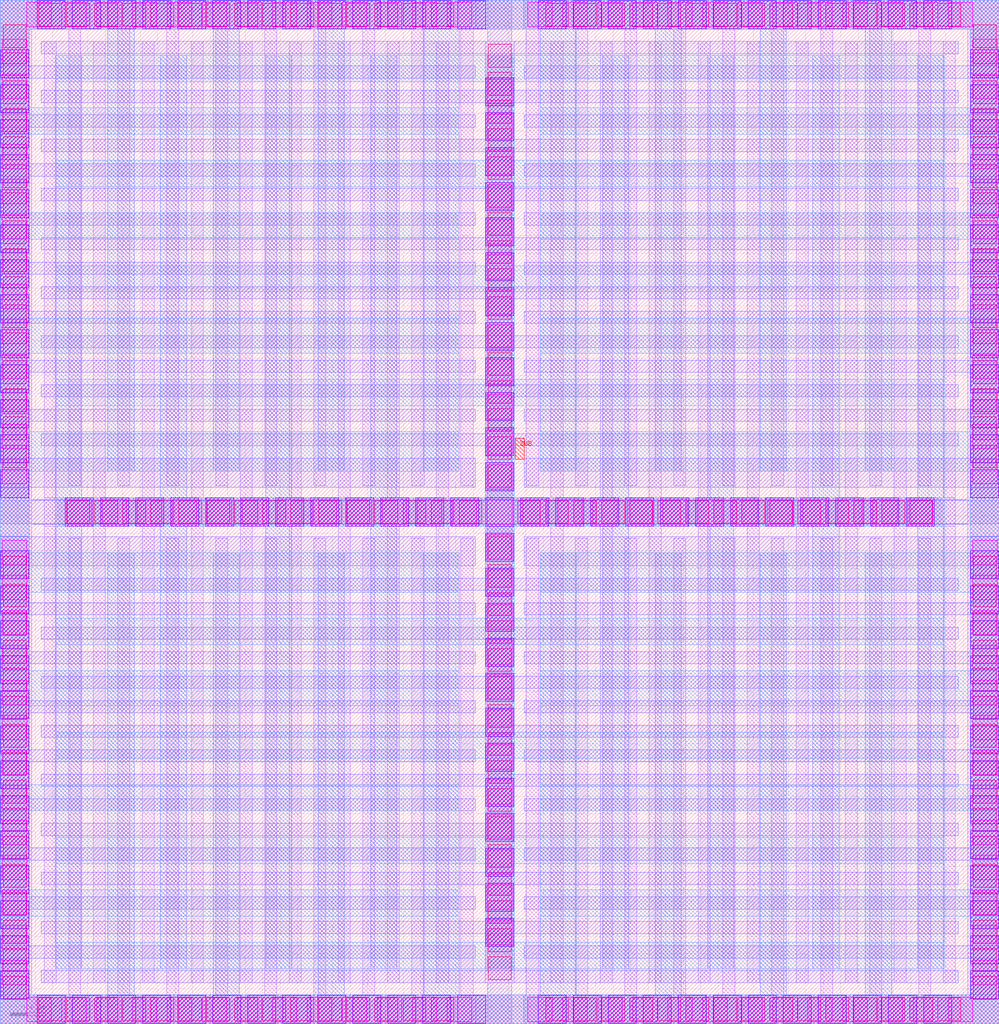
<source format=lef>
# Copyright 2020 The SkyWater PDK Authors
#
# Licensed under the Apache License, Version 2.0 (the "License");
# you may not use this file except in compliance with the License.
# You may obtain a copy of the License at
#
#     https://www.apache.org/licenses/LICENSE-2.0
#
# Unless required by applicable law or agreed to in writing, software
# distributed under the License is distributed on an "AS IS" BASIS,
# WITHOUT WARRANTIES OR CONDITIONS OF ANY KIND, either express or implied.
# See the License for the specific language governing permissions and
# limitations under the License.
#
# SPDX-License-Identifier: Apache-2.0

VERSION 5.7 ;
  NOWIREEXTENSIONATPIN ON ;
  DIVIDERCHAR "/" ;
  BUSBITCHARS "[]" ;
MACRO sky130_fd_pr__cap_vpp_11p5x11p7_m1m4_noshield
  CLASS BLOCK ;
  FOREIGN sky130_fd_pr__cap_vpp_11p5x11p7_m1m4_noshield ;
  ORIGIN  0.000000  0.000000 ;
  SIZE  11.41000 BY  11.69000 ;
  PIN C0
    PORT
      LAYER met4 ;
        RECT  0.000000  0.000000 11.410000  0.330000 ;
        RECT  0.000000  0.330000  0.330000  1.230000 ;
        RECT  0.000000  1.230000  5.240000  1.530000 ;
        RECT  0.000000  1.530000  0.330000  2.430000 ;
        RECT  0.000000  2.430000  5.240000  2.730000 ;
        RECT  0.000000  2.730000  0.330000  3.630000 ;
        RECT  0.000000  3.630000  5.240000  4.030000 ;
        RECT  0.000000  4.030000  0.330000  4.930000 ;
        RECT  0.000000  4.930000  5.240000  5.380000 ;
        RECT  0.000000  5.380000  0.330000  6.310000 ;
        RECT  0.000000  6.310000  5.240000  6.760000 ;
        RECT  0.000000  6.760000  0.330000  7.660000 ;
        RECT  0.000000  7.660000  5.240000  8.060000 ;
        RECT  0.000000  8.060000  0.330000  8.960000 ;
        RECT  0.000000  8.960000  5.240000  9.260000 ;
        RECT  0.000000  9.260000  0.330000 10.160000 ;
        RECT  0.000000 10.160000  5.240000 10.460000 ;
        RECT  0.000000 10.460000  0.330000 11.360000 ;
        RECT  0.000000 11.360000 11.410000 11.690000 ;
        RECT  6.170000  1.230000 11.410000  1.530000 ;
        RECT  6.170000  2.430000 11.410000  2.730000 ;
        RECT  6.170000  3.630000 11.410000  4.030000 ;
        RECT  6.170000  4.930000 11.410000  5.380000 ;
        RECT  6.170000  6.310000 11.410000  6.760000 ;
        RECT  6.170000  7.660000 11.410000  8.060000 ;
        RECT  6.170000  8.960000 11.410000  9.260000 ;
        RECT  6.170000 10.160000 11.410000 10.460000 ;
        RECT 11.080000  0.330000 11.410000  1.230000 ;
        RECT 11.080000  1.530000 11.410000  2.430000 ;
        RECT 11.080000  2.730000 11.410000  3.630000 ;
        RECT 11.080000  4.030000 11.410000  4.930000 ;
        RECT 11.080000  5.380000 11.410000  6.310000 ;
        RECT 11.080000  6.760000 11.410000  7.660000 ;
        RECT 11.080000  8.060000 11.410000  8.960000 ;
        RECT 11.080000  9.260000 11.410000 10.160000 ;
        RECT 11.080000 10.460000 11.410000 11.360000 ;
    END
  END C0
  PIN C1
    PORT
      LAYER met4 ;
        RECT 0.630000  0.630000 10.780000  0.930000 ;
        RECT 0.630000  1.830000 10.780000  2.130000 ;
        RECT 0.630000  3.030000 10.780000  3.330000 ;
        RECT 0.630000  4.330000 10.780000  4.630000 ;
        RECT 0.630000  5.680000 10.780000  6.010000 ;
        RECT 0.630000  7.060000 10.780000  7.360000 ;
        RECT 0.630000  8.360000 10.780000  8.660000 ;
        RECT 0.630000  9.560000 10.780000  9.860000 ;
        RECT 0.630000 10.760000 10.780000 11.060000 ;
        RECT 5.540000  0.930000  5.870000  1.830000 ;
        RECT 5.540000  2.130000  5.870000  3.030000 ;
        RECT 5.540000  3.330000  5.870000  4.330000 ;
        RECT 5.540000  4.630000  5.870000  5.680000 ;
        RECT 5.540000  6.010000  5.870000  7.060000 ;
        RECT 5.540000  7.360000  5.870000  8.360000 ;
        RECT 5.540000  8.660000  5.870000  9.560000 ;
        RECT 5.540000  9.860000  5.870000 10.760000 ;
    END
  END C1
  PIN SUB
    PORT
      LAYER pwell ;
        RECT 5.880000 6.445000 5.985000 6.690000 ;
    END
  END SUB
  OBS
    LAYER met1 ;
      RECT  0.000000  0.000000 11.410000  0.330000 ;
      RECT  0.000000  0.330000  0.360000 11.360000 ;
      RECT  0.000000 11.360000 11.410000 11.690000 ;
      RECT  0.500000  0.470000  0.640000  5.685000 ;
      RECT  0.500000  5.685000 10.910000  6.005000 ;
      RECT  0.500000  6.005000  0.640000 11.220000 ;
      RECT  0.780000  0.330000  0.920000  5.545000 ;
      RECT  0.780000  6.145000  0.920000 11.360000 ;
      RECT  1.060000  0.470000  1.200000  5.685000 ;
      RECT  1.060000  6.005000  1.200000 11.220000 ;
      RECT  1.340000  0.330000  1.480000  5.545000 ;
      RECT  1.340000  6.145000  1.480000 11.360000 ;
      RECT  1.620000  0.470000  1.760000  5.685000 ;
      RECT  1.620000  6.005000  1.760000 11.220000 ;
      RECT  1.900000  0.330000  2.040000  5.545000 ;
      RECT  1.900000  6.145000  2.040000 11.360000 ;
      RECT  2.180000  0.470000  2.320000  5.685000 ;
      RECT  2.180000  6.005000  2.320000 11.220000 ;
      RECT  2.460000  0.330000  2.600000  5.545000 ;
      RECT  2.460000  6.145000  2.600000 11.360000 ;
      RECT  2.740000  0.470000  2.880000  5.685000 ;
      RECT  2.740000  6.005000  2.880000 11.220000 ;
      RECT  3.020000  0.330000  3.160000  5.545000 ;
      RECT  3.020000  6.145000  3.160000 11.360000 ;
      RECT  3.300000  0.470000  3.440000  5.685000 ;
      RECT  3.300000  6.005000  3.440000 11.220000 ;
      RECT  3.580000  0.330000  3.720000  5.545000 ;
      RECT  3.580000  6.145000  3.720000 11.360000 ;
      RECT  3.860000  0.470000  4.000000  5.685000 ;
      RECT  3.860000  6.005000  4.000000 11.220000 ;
      RECT  4.140000  0.330000  4.280000  5.545000 ;
      RECT  4.140000  6.145000  4.280000 11.360000 ;
      RECT  4.420000  0.470000  4.560000  5.685000 ;
      RECT  4.420000  6.005000  4.560000 11.220000 ;
      RECT  4.700000  0.330000  4.840000  5.545000 ;
      RECT  4.700000  6.145000  4.840000 11.360000 ;
      RECT  4.980000  0.470000  5.120000  5.685000 ;
      RECT  4.980000  6.005000  5.120000 11.220000 ;
      RECT  5.260000  0.330000  5.400000  5.545000 ;
      RECT  5.260000  6.145000  5.400000 11.360000 ;
      RECT  5.540000  0.470000  5.870000  5.685000 ;
      RECT  5.540000  6.005000  5.870000 11.220000 ;
      RECT  6.010000  0.330000  6.150000  5.545000 ;
      RECT  6.010000  6.145000  6.150000 11.360000 ;
      RECT  6.290000  0.470000  6.430000  5.685000 ;
      RECT  6.290000  6.005000  6.430000 11.220000 ;
      RECT  6.570000  0.330000  6.710000  5.545000 ;
      RECT  6.570000  6.145000  6.710000 11.360000 ;
      RECT  6.850000  0.470000  6.990000  5.685000 ;
      RECT  6.850000  6.005000  6.990000 11.220000 ;
      RECT  7.130000  0.330000  7.270000  5.545000 ;
      RECT  7.130000  6.145000  7.270000 11.360000 ;
      RECT  7.410000  0.470000  7.550000  5.685000 ;
      RECT  7.410000  6.005000  7.550000 11.220000 ;
      RECT  7.690000  0.330000  7.830000  5.545000 ;
      RECT  7.690000  6.145000  7.830000 11.360000 ;
      RECT  7.970000  0.470000  8.110000  5.685000 ;
      RECT  7.970000  6.005000  8.110000 11.220000 ;
      RECT  8.250000  0.330000  8.390000  5.545000 ;
      RECT  8.250000  6.145000  8.390000 11.360000 ;
      RECT  8.530000  0.470000  8.670000  5.685000 ;
      RECT  8.530000  6.005000  8.670000 11.220000 ;
      RECT  8.810000  0.330000  8.950000  5.545000 ;
      RECT  8.810000  6.145000  8.950000 11.360000 ;
      RECT  9.090000  0.470000  9.230000  5.685000 ;
      RECT  9.090000  6.005000  9.230000 11.220000 ;
      RECT  9.370000  0.330000  9.510000  5.545000 ;
      RECT  9.370000  6.145000  9.510000 11.360000 ;
      RECT  9.650000  0.470000  9.790000  5.685000 ;
      RECT  9.650000  6.005000  9.790000 11.220000 ;
      RECT  9.930000  0.330000 10.070000  5.545000 ;
      RECT  9.930000  6.145000 10.070000 11.360000 ;
      RECT 10.210000  0.470000 10.350000  5.685000 ;
      RECT 10.210000  6.005000 10.350000 11.220000 ;
      RECT 10.490000  0.330000 10.630000  5.545000 ;
      RECT 10.490000  6.145000 10.630000 11.360000 ;
      RECT 10.770000  0.470000 10.910000  5.685000 ;
      RECT 10.770000  6.005000 10.910000 11.220000 ;
      RECT 11.050000  0.330000 11.410000 11.360000 ;
    LAYER met2 ;
      RECT  0.000000  0.000000  5.430000  0.330000 ;
      RECT  0.000000  0.330000  0.330000  0.750000 ;
      RECT  0.000000  0.750000  5.425000  0.890000 ;
      RECT  0.000000  0.890000  0.330000  1.310000 ;
      RECT  0.000000  1.310000  5.425000  1.450000 ;
      RECT  0.000000  1.450000  0.330000  1.870000 ;
      RECT  0.000000  1.870000  5.425000  2.010000 ;
      RECT  0.000000  2.010000  0.330000  2.430000 ;
      RECT  0.000000  2.430000  5.425000  2.570000 ;
      RECT  0.000000  2.570000  0.330000  2.990000 ;
      RECT  0.000000  2.990000  5.425000  3.130000 ;
      RECT  0.000000  3.130000  0.330000  3.550000 ;
      RECT  0.000000  3.550000  5.425000  3.690000 ;
      RECT  0.000000  3.690000  0.330000  4.110000 ;
      RECT  0.000000  4.110000  5.425000  4.250000 ;
      RECT  0.000000  4.250000  0.330000  4.670000 ;
      RECT  0.000000  4.670000  5.425000  4.810000 ;
      RECT  0.000000  4.810000  0.330000  5.230000 ;
      RECT  0.000000  5.230000  5.425000  5.565000 ;
      RECT  0.000000  5.565000  0.330000  5.570000 ;
      RECT  0.000000  5.710000 11.410000  5.980000 ;
      RECT  0.000000  6.120000  0.330000  6.125000 ;
      RECT  0.000000  6.125000  5.425000  6.460000 ;
      RECT  0.000000  6.460000  0.330000  6.880000 ;
      RECT  0.000000  6.880000  5.425000  7.020000 ;
      RECT  0.000000  7.020000  0.330000  7.440000 ;
      RECT  0.000000  7.440000  5.425000  7.580000 ;
      RECT  0.000000  7.580000  0.330000  8.000000 ;
      RECT  0.000000  8.000000  5.425000  8.140000 ;
      RECT  0.000000  8.140000  0.330000  8.560000 ;
      RECT  0.000000  8.560000  5.425000  8.700000 ;
      RECT  0.000000  8.700000  0.330000  9.120000 ;
      RECT  0.000000  9.120000  5.425000  9.260000 ;
      RECT  0.000000  9.260000  0.330000  9.680000 ;
      RECT  0.000000  9.680000  5.425000  9.820000 ;
      RECT  0.000000  9.820000  0.330000 10.240000 ;
      RECT  0.000000 10.240000  5.425000 10.380000 ;
      RECT  0.000000 10.380000  0.330000 10.800000 ;
      RECT  0.000000 10.800000  5.425000 10.940000 ;
      RECT  0.000000 10.940000  0.330000 11.360000 ;
      RECT  0.000000 11.360000  5.430000 11.690000 ;
      RECT  0.370000  5.705000 11.040000  5.710000 ;
      RECT  0.370000  5.980000 11.040000  5.985000 ;
      RECT  0.470000  0.470000 10.940000  0.610000 ;
      RECT  0.470000  1.030000 10.940000  1.170000 ;
      RECT  0.470000  1.590000 10.940000  1.730000 ;
      RECT  0.470000  2.150000 10.940000  2.290000 ;
      RECT  0.470000  2.710000 10.940000  2.850000 ;
      RECT  0.470000  3.270000 10.940000  3.410000 ;
      RECT  0.470000  3.830000 10.940000  3.970000 ;
      RECT  0.470000  4.390000 10.940000  4.530000 ;
      RECT  0.470000  4.950000 10.940000  5.090000 ;
      RECT  0.470000  6.600000 10.940000  6.740000 ;
      RECT  0.470000  7.160000 10.940000  7.300000 ;
      RECT  0.470000  7.720000 10.940000  7.860000 ;
      RECT  0.470000  8.280000 10.940000  8.420000 ;
      RECT  0.470000  8.840000 10.940000  8.980000 ;
      RECT  0.470000  9.400000 10.940000  9.540000 ;
      RECT  0.470000  9.960000 10.940000 10.100000 ;
      RECT  0.470000 10.520000 10.940000 10.660000 ;
      RECT  0.470000 11.080000 10.940000 11.220000 ;
      RECT  5.565000  0.610000  5.845000  1.030000 ;
      RECT  5.565000  1.170000  5.845000  1.590000 ;
      RECT  5.565000  1.730000  5.845000  2.150000 ;
      RECT  5.565000  2.290000  5.845000  2.710000 ;
      RECT  5.565000  2.850000  5.845000  3.270000 ;
      RECT  5.565000  3.410000  5.845000  3.830000 ;
      RECT  5.565000  3.970000  5.845000  4.390000 ;
      RECT  5.565000  4.530000  5.845000  4.950000 ;
      RECT  5.565000  5.090000  5.845000  5.705000 ;
      RECT  5.565000  5.985000  5.845000  6.600000 ;
      RECT  5.565000  6.740000  5.845000  7.160000 ;
      RECT  5.565000  7.300000  5.845000  7.720000 ;
      RECT  5.565000  7.860000  5.845000  8.280000 ;
      RECT  5.565000  8.420000  5.845000  8.840000 ;
      RECT  5.565000  8.980000  5.845000  9.400000 ;
      RECT  5.565000  9.540000  5.845000  9.960000 ;
      RECT  5.565000 10.100000  5.845000 10.520000 ;
      RECT  5.565000 10.660000  5.845000 11.080000 ;
      RECT  5.570000  0.000000  5.840000  0.470000 ;
      RECT  5.570000 11.220000  5.840000 11.690000 ;
      RECT  5.980000  0.000000 11.410000  0.330000 ;
      RECT  5.980000 11.360000 11.410000 11.690000 ;
      RECT  5.985000  0.750000 11.410000  0.890000 ;
      RECT  5.985000  1.310000 11.410000  1.450000 ;
      RECT  5.985000  1.870000 11.410000  2.010000 ;
      RECT  5.985000  2.430000 11.410000  2.570000 ;
      RECT  5.985000  2.990000 11.410000  3.130000 ;
      RECT  5.985000  3.550000 11.410000  3.690000 ;
      RECT  5.985000  4.110000 11.410000  4.250000 ;
      RECT  5.985000  4.670000 11.410000  4.810000 ;
      RECT  5.985000  5.230000 11.410000  5.565000 ;
      RECT  5.985000  6.125000 11.410000  6.460000 ;
      RECT  5.985000  6.880000 11.410000  7.020000 ;
      RECT  5.985000  7.440000 11.410000  7.580000 ;
      RECT  5.985000  8.000000 11.410000  8.140000 ;
      RECT  5.985000  8.560000 11.410000  8.700000 ;
      RECT  5.985000  9.120000 11.410000  9.260000 ;
      RECT  5.985000  9.680000 11.410000  9.820000 ;
      RECT  5.985000 10.240000 11.410000 10.380000 ;
      RECT  5.985000 10.800000 11.410000 10.940000 ;
      RECT 11.080000  0.330000 11.410000  0.750000 ;
      RECT 11.080000  0.890000 11.410000  1.310000 ;
      RECT 11.080000  1.450000 11.410000  1.870000 ;
      RECT 11.080000  2.010000 11.410000  2.430000 ;
      RECT 11.080000  2.570000 11.410000  2.990000 ;
      RECT 11.080000  3.130000 11.410000  3.550000 ;
      RECT 11.080000  3.690000 11.410000  4.110000 ;
      RECT 11.080000  4.250000 11.410000  4.670000 ;
      RECT 11.080000  4.810000 11.410000  5.230000 ;
      RECT 11.080000  5.565000 11.410000  5.570000 ;
      RECT 11.080000  6.120000 11.410000  6.125000 ;
      RECT 11.080000  6.460000 11.410000  6.880000 ;
      RECT 11.080000  7.020000 11.410000  7.440000 ;
      RECT 11.080000  7.580000 11.410000  8.000000 ;
      RECT 11.080000  8.140000 11.410000  8.560000 ;
      RECT 11.080000  8.700000 11.410000  9.120000 ;
      RECT 11.080000  9.260000 11.410000  9.680000 ;
      RECT 11.080000  9.820000 11.410000 10.240000 ;
      RECT 11.080000 10.380000 11.410000 10.800000 ;
      RECT 11.080000 10.940000 11.410000 11.360000 ;
    LAYER met3 ;
      RECT  0.000000  0.000000 11.410000  0.330000 ;
      RECT  0.000000  0.330000  0.330000 11.360000 ;
      RECT  0.000000 11.360000 11.410000 11.690000 ;
      RECT  0.630000  0.630000  0.930000  5.680000 ;
      RECT  0.630000  5.680000 10.780000  6.010000 ;
      RECT  0.630000  6.010000  0.930000 11.060000 ;
      RECT  1.230000  0.330000  1.530000  5.380000 ;
      RECT  1.230000  6.310000  1.530000 11.360000 ;
      RECT  1.830000  0.630000  2.130000  5.680000 ;
      RECT  1.830000  6.010000  2.130000 11.060000 ;
      RECT  2.430000  0.330000  2.730000  5.380000 ;
      RECT  2.430000  6.310000  2.730000 11.360000 ;
      RECT  3.030000  0.630000  3.330000  5.680000 ;
      RECT  3.030000  6.010000  3.330000 11.060000 ;
      RECT  3.630000  0.330000  3.930000  5.380000 ;
      RECT  3.630000  6.310000  3.930000 11.360000 ;
      RECT  4.230000  0.630000  4.530000  5.680000 ;
      RECT  4.230000  6.010000  4.530000 11.060000 ;
      RECT  4.830000  0.330000  5.240000  5.380000 ;
      RECT  4.830000  6.310000  5.240000 11.360000 ;
      RECT  5.540000  0.630000  5.870000  5.680000 ;
      RECT  5.540000  6.010000  5.870000 11.060000 ;
      RECT  6.170000  0.330000  6.580000  5.380000 ;
      RECT  6.170000  6.310000  6.580000 11.360000 ;
      RECT  6.880000  0.630000  7.180000  5.680000 ;
      RECT  6.880000  6.010000  7.180000 11.060000 ;
      RECT  7.480000  0.330000  7.780000  5.380000 ;
      RECT  7.480000  6.310000  7.780000 11.360000 ;
      RECT  8.080000  0.630000  8.380000  5.680000 ;
      RECT  8.080000  6.010000  8.380000 11.060000 ;
      RECT  8.680000  0.330000  8.980000  5.380000 ;
      RECT  8.680000  6.310000  8.980000 11.360000 ;
      RECT  9.280000  0.630000  9.580000  5.680000 ;
      RECT  9.280000  6.010000  9.580000 11.060000 ;
      RECT  9.880000  0.330000 10.180000  5.380000 ;
      RECT  9.880000  6.310000 10.180000 11.360000 ;
      RECT 10.480000  0.630000 10.780000  5.680000 ;
      RECT 10.480000  6.010000 10.780000 11.060000 ;
      RECT 11.080000  0.330000 11.410000 11.360000 ;
    LAYER via ;
      RECT  0.035000  0.280000  0.295000  0.540000 ;
      RECT  0.035000  0.600000  0.295000  0.860000 ;
      RECT  0.035000  0.920000  0.295000  1.180000 ;
      RECT  0.035000  1.240000  0.295000  1.500000 ;
      RECT  0.035000  1.560000  0.295000  1.820000 ;
      RECT  0.035000  1.880000  0.295000  2.140000 ;
      RECT  0.035000  2.200000  0.295000  2.460000 ;
      RECT  0.035000  2.520000  0.295000  2.780000 ;
      RECT  0.035000  2.840000  0.295000  3.100000 ;
      RECT  0.035000  3.160000  0.295000  3.420000 ;
      RECT  0.035000  3.480000  0.295000  3.740000 ;
      RECT  0.035000  3.800000  0.295000  4.060000 ;
      RECT  0.035000  4.120000  0.295000  4.380000 ;
      RECT  0.035000  4.440000  0.295000  4.700000 ;
      RECT  0.035000  4.760000  0.295000  5.020000 ;
      RECT  0.035000  5.080000  0.295000  5.340000 ;
      RECT  0.035000  6.350000  0.295000  6.610000 ;
      RECT  0.035000  6.670000  0.295000  6.930000 ;
      RECT  0.035000  6.990000  0.295000  7.250000 ;
      RECT  0.035000  7.310000  0.295000  7.570000 ;
      RECT  0.035000  7.630000  0.295000  7.890000 ;
      RECT  0.035000  7.950000  0.295000  8.210000 ;
      RECT  0.035000  8.270000  0.295000  8.530000 ;
      RECT  0.035000  8.590000  0.295000  8.850000 ;
      RECT  0.035000  8.910000  0.295000  9.170000 ;
      RECT  0.035000  9.230000  0.295000  9.490000 ;
      RECT  0.035000  9.550000  0.295000  9.810000 ;
      RECT  0.035000  9.870000  0.295000 10.130000 ;
      RECT  0.035000 10.190000  0.295000 10.450000 ;
      RECT  0.035000 10.510000  0.295000 10.770000 ;
      RECT  0.035000 10.830000  0.295000 11.090000 ;
      RECT  0.035000 11.150000  0.295000 11.410000 ;
      RECT  0.440000  0.035000  0.700000  0.295000 ;
      RECT  0.440000 11.395000  0.700000 11.655000 ;
      RECT  0.760000  0.035000  1.020000  0.295000 ;
      RECT  0.760000  5.715000  1.020000  5.975000 ;
      RECT  0.760000 11.395000  1.020000 11.655000 ;
      RECT  1.080000  0.035000  1.340000  0.295000 ;
      RECT  1.080000  5.715000  1.340000  5.975000 ;
      RECT  1.080000 11.395000  1.340000 11.655000 ;
      RECT  1.400000  0.035000  1.660000  0.295000 ;
      RECT  1.400000  5.715000  1.660000  5.975000 ;
      RECT  1.400000 11.395000  1.660000 11.655000 ;
      RECT  1.720000  0.035000  1.980000  0.295000 ;
      RECT  1.720000  5.715000  1.980000  5.975000 ;
      RECT  1.720000 11.395000  1.980000 11.655000 ;
      RECT  2.040000  0.035000  2.300000  0.295000 ;
      RECT  2.040000  5.715000  2.300000  5.975000 ;
      RECT  2.040000 11.395000  2.300000 11.655000 ;
      RECT  2.360000  0.035000  2.620000  0.295000 ;
      RECT  2.360000  5.715000  2.620000  5.975000 ;
      RECT  2.360000 11.395000  2.620000 11.655000 ;
      RECT  2.680000  0.035000  2.940000  0.295000 ;
      RECT  2.680000  5.715000  2.940000  5.975000 ;
      RECT  2.680000 11.395000  2.940000 11.655000 ;
      RECT  3.000000  0.035000  3.260000  0.295000 ;
      RECT  3.000000  5.715000  3.260000  5.975000 ;
      RECT  3.000000 11.395000  3.260000 11.655000 ;
      RECT  3.320000  0.035000  3.580000  0.295000 ;
      RECT  3.320000  5.715000  3.580000  5.975000 ;
      RECT  3.320000 11.395000  3.580000 11.655000 ;
      RECT  3.640000  0.035000  3.900000  0.295000 ;
      RECT  3.640000  5.715000  3.900000  5.975000 ;
      RECT  3.640000 11.395000  3.900000 11.655000 ;
      RECT  3.960000  0.035000  4.220000  0.295000 ;
      RECT  3.960000  5.715000  4.220000  5.975000 ;
      RECT  3.960000 11.395000  4.220000 11.655000 ;
      RECT  4.280000  0.035000  4.540000  0.295000 ;
      RECT  4.280000  5.715000  4.540000  5.975000 ;
      RECT  4.280000 11.395000  4.540000 11.655000 ;
      RECT  4.600000  0.035000  4.860000  0.295000 ;
      RECT  4.600000  5.715000  4.860000  5.975000 ;
      RECT  4.600000 11.395000  4.860000 11.655000 ;
      RECT  4.920000  0.035000  5.180000  0.295000 ;
      RECT  4.920000  5.715000  5.180000  5.975000 ;
      RECT  4.920000 11.395000  5.180000 11.655000 ;
      RECT  5.240000  5.715000  5.500000  5.975000 ;
      RECT  5.575000  0.505000  5.835000  0.765000 ;
      RECT  5.575000  0.825000  5.835000  1.085000 ;
      RECT  5.575000  1.145000  5.835000  1.405000 ;
      RECT  5.575000  1.465000  5.835000  1.725000 ;
      RECT  5.575000  1.785000  5.835000  2.045000 ;
      RECT  5.575000  2.105000  5.835000  2.365000 ;
      RECT  5.575000  2.425000  5.835000  2.685000 ;
      RECT  5.575000  2.745000  5.835000  3.005000 ;
      RECT  5.575000  3.065000  5.835000  3.325000 ;
      RECT  5.575000  3.385000  5.835000  3.645000 ;
      RECT  5.575000  3.705000  5.835000  3.965000 ;
      RECT  5.575000  4.025000  5.835000  4.285000 ;
      RECT  5.575000  4.345000  5.835000  4.605000 ;
      RECT  5.575000  4.665000  5.835000  4.925000 ;
      RECT  5.575000  4.985000  5.835000  5.245000 ;
      RECT  5.575000  5.305000  5.835000  5.565000 ;
      RECT  5.575000  6.125000  5.835000  6.385000 ;
      RECT  5.575000  6.445000  5.835000  6.705000 ;
      RECT  5.575000  6.765000  5.835000  7.025000 ;
      RECT  5.575000  7.085000  5.835000  7.345000 ;
      RECT  5.575000  7.405000  5.835000  7.665000 ;
      RECT  5.575000  7.725000  5.835000  7.985000 ;
      RECT  5.575000  8.045000  5.835000  8.305000 ;
      RECT  5.575000  8.365000  5.835000  8.625000 ;
      RECT  5.575000  8.685000  5.835000  8.945000 ;
      RECT  5.575000  9.005000  5.835000  9.265000 ;
      RECT  5.575000  9.325000  5.835000  9.585000 ;
      RECT  5.575000  9.645000  5.835000  9.905000 ;
      RECT  5.575000  9.965000  5.835000 10.225000 ;
      RECT  5.575000 10.285000  5.835000 10.545000 ;
      RECT  5.575000 10.605000  5.835000 10.865000 ;
      RECT  5.575000 10.925000  5.835000 11.185000 ;
      RECT  5.910000  5.715000  6.170000  5.975000 ;
      RECT  6.230000  0.035000  6.490000  0.295000 ;
      RECT  6.230000  5.715000  6.490000  5.975000 ;
      RECT  6.230000 11.395000  6.490000 11.655000 ;
      RECT  6.550000  0.035000  6.810000  0.295000 ;
      RECT  6.550000  5.715000  6.810000  5.975000 ;
      RECT  6.550000 11.395000  6.810000 11.655000 ;
      RECT  6.870000  0.035000  7.130000  0.295000 ;
      RECT  6.870000  5.715000  7.130000  5.975000 ;
      RECT  6.870000 11.395000  7.130000 11.655000 ;
      RECT  7.190000  0.035000  7.450000  0.295000 ;
      RECT  7.190000  5.715000  7.450000  5.975000 ;
      RECT  7.190000 11.395000  7.450000 11.655000 ;
      RECT  7.510000  0.035000  7.770000  0.295000 ;
      RECT  7.510000  5.715000  7.770000  5.975000 ;
      RECT  7.510000 11.395000  7.770000 11.655000 ;
      RECT  7.830000  0.035000  8.090000  0.295000 ;
      RECT  7.830000  5.715000  8.090000  5.975000 ;
      RECT  7.830000 11.395000  8.090000 11.655000 ;
      RECT  8.150000  0.035000  8.410000  0.295000 ;
      RECT  8.150000  5.715000  8.410000  5.975000 ;
      RECT  8.150000 11.395000  8.410000 11.655000 ;
      RECT  8.470000  0.035000  8.730000  0.295000 ;
      RECT  8.470000  5.715000  8.730000  5.975000 ;
      RECT  8.470000 11.395000  8.730000 11.655000 ;
      RECT  8.790000  0.035000  9.050000  0.295000 ;
      RECT  8.790000  5.715000  9.050000  5.975000 ;
      RECT  8.790000 11.395000  9.050000 11.655000 ;
      RECT  9.110000  0.035000  9.370000  0.295000 ;
      RECT  9.110000  5.715000  9.370000  5.975000 ;
      RECT  9.110000 11.395000  9.370000 11.655000 ;
      RECT  9.430000  0.035000  9.690000  0.295000 ;
      RECT  9.430000  5.715000  9.690000  5.975000 ;
      RECT  9.430000 11.395000  9.690000 11.655000 ;
      RECT  9.750000  0.035000 10.010000  0.295000 ;
      RECT  9.750000  5.715000 10.010000  5.975000 ;
      RECT  9.750000 11.395000 10.010000 11.655000 ;
      RECT 10.070000  0.035000 10.330000  0.295000 ;
      RECT 10.070000  5.715000 10.330000  5.975000 ;
      RECT 10.070000 11.395000 10.330000 11.655000 ;
      RECT 10.390000  0.035000 10.650000  0.295000 ;
      RECT 10.390000  5.715000 10.650000  5.975000 ;
      RECT 10.390000 11.395000 10.650000 11.655000 ;
      RECT 10.710000  0.035000 10.970000  0.295000 ;
      RECT 10.710000 11.395000 10.970000 11.655000 ;
      RECT 11.115000  0.280000 11.375000  0.540000 ;
      RECT 11.115000  0.600000 11.375000  0.860000 ;
      RECT 11.115000  0.920000 11.375000  1.180000 ;
      RECT 11.115000  1.240000 11.375000  1.500000 ;
      RECT 11.115000  1.560000 11.375000  1.820000 ;
      RECT 11.115000  1.880000 11.375000  2.140000 ;
      RECT 11.115000  2.200000 11.375000  2.460000 ;
      RECT 11.115000  2.520000 11.375000  2.780000 ;
      RECT 11.115000  2.840000 11.375000  3.100000 ;
      RECT 11.115000  3.160000 11.375000  3.420000 ;
      RECT 11.115000  3.480000 11.375000  3.740000 ;
      RECT 11.115000  3.800000 11.375000  4.060000 ;
      RECT 11.115000  4.120000 11.375000  4.380000 ;
      RECT 11.115000  4.440000 11.375000  4.700000 ;
      RECT 11.115000  4.760000 11.375000  5.020000 ;
      RECT 11.115000  5.080000 11.375000  5.340000 ;
      RECT 11.115000  6.350000 11.375000  6.610000 ;
      RECT 11.115000  6.670000 11.375000  6.930000 ;
      RECT 11.115000  6.990000 11.375000  7.250000 ;
      RECT 11.115000  7.310000 11.375000  7.570000 ;
      RECT 11.115000  7.630000 11.375000  7.890000 ;
      RECT 11.115000  7.950000 11.375000  8.210000 ;
      RECT 11.115000  8.270000 11.375000  8.530000 ;
      RECT 11.115000  8.590000 11.375000  8.850000 ;
      RECT 11.115000  8.910000 11.375000  9.170000 ;
      RECT 11.115000  9.230000 11.375000  9.490000 ;
      RECT 11.115000  9.550000 11.375000  9.810000 ;
      RECT 11.115000  9.870000 11.375000 10.130000 ;
      RECT 11.115000 10.190000 11.375000 10.450000 ;
      RECT 11.115000 10.510000 11.375000 10.770000 ;
      RECT 11.115000 10.830000 11.375000 11.090000 ;
      RECT 11.115000 11.150000 11.375000 11.410000 ;
    LAYER via2 ;
      RECT  0.025000  0.445000  0.305000  0.725000 ;
      RECT  0.025000  0.845000  0.305000  1.125000 ;
      RECT  0.025000  1.245000  0.305000  1.525000 ;
      RECT  0.025000  1.645000  0.305000  1.925000 ;
      RECT  0.025000  2.045000  0.305000  2.325000 ;
      RECT  0.025000  2.445000  0.305000  2.725000 ;
      RECT  0.025000  2.845000  0.305000  3.125000 ;
      RECT  0.025000  3.245000  0.305000  3.525000 ;
      RECT  0.025000  3.645000  0.305000  3.925000 ;
      RECT  0.025000  4.045000  0.305000  4.325000 ;
      RECT  0.025000  4.445000  0.305000  4.725000 ;
      RECT  0.025000  4.845000  0.305000  5.125000 ;
      RECT  0.025000  5.245000  0.305000  5.525000 ;
      RECT  0.025000  6.165000  0.305000  6.445000 ;
      RECT  0.025000  6.565000  0.305000  6.845000 ;
      RECT  0.025000  6.965000  0.305000  7.245000 ;
      RECT  0.025000  7.365000  0.305000  7.645000 ;
      RECT  0.025000  7.765000  0.305000  8.045000 ;
      RECT  0.025000  8.165000  0.305000  8.445000 ;
      RECT  0.025000  8.565000  0.305000  8.845000 ;
      RECT  0.025000  8.965000  0.305000  9.245000 ;
      RECT  0.025000  9.365000  0.305000  9.645000 ;
      RECT  0.025000  9.765000  0.305000 10.045000 ;
      RECT  0.025000 10.165000  0.305000 10.445000 ;
      RECT  0.025000 10.565000  0.305000 10.845000 ;
      RECT  0.025000 10.965000  0.305000 11.245000 ;
      RECT  0.305000  0.025000  0.585000  0.305000 ;
      RECT  0.305000 11.385000  0.585000 11.665000 ;
      RECT  0.705000  0.025000  0.985000  0.305000 ;
      RECT  0.705000 11.385000  0.985000 11.665000 ;
      RECT  0.765000  5.705000  1.045000  5.985000 ;
      RECT  1.105000  0.025000  1.385000  0.305000 ;
      RECT  1.105000 11.385000  1.385000 11.665000 ;
      RECT  1.165000  5.705000  1.445000  5.985000 ;
      RECT  1.505000  0.025000  1.785000  0.305000 ;
      RECT  1.505000 11.385000  1.785000 11.665000 ;
      RECT  1.565000  5.705000  1.845000  5.985000 ;
      RECT  1.905000  0.025000  2.185000  0.305000 ;
      RECT  1.905000 11.385000  2.185000 11.665000 ;
      RECT  1.965000  5.705000  2.245000  5.985000 ;
      RECT  2.305000  0.025000  2.585000  0.305000 ;
      RECT  2.305000 11.385000  2.585000 11.665000 ;
      RECT  2.365000  5.705000  2.645000  5.985000 ;
      RECT  2.705000  0.025000  2.985000  0.305000 ;
      RECT  2.705000 11.385000  2.985000 11.665000 ;
      RECT  2.765000  5.705000  3.045000  5.985000 ;
      RECT  3.105000  0.025000  3.385000  0.305000 ;
      RECT  3.105000 11.385000  3.385000 11.665000 ;
      RECT  3.165000  5.705000  3.445000  5.985000 ;
      RECT  3.505000  0.025000  3.785000  0.305000 ;
      RECT  3.505000 11.385000  3.785000 11.665000 ;
      RECT  3.565000  5.705000  3.845000  5.985000 ;
      RECT  3.905000  0.025000  4.185000  0.305000 ;
      RECT  3.905000 11.385000  4.185000 11.665000 ;
      RECT  3.965000  5.705000  4.245000  5.985000 ;
      RECT  4.305000  0.025000  4.585000  0.305000 ;
      RECT  4.305000 11.385000  4.585000 11.665000 ;
      RECT  4.365000  5.705000  4.645000  5.985000 ;
      RECT  4.705000  0.025000  4.985000  0.305000 ;
      RECT  4.705000 11.385000  4.985000 11.665000 ;
      RECT  4.765000  5.705000  5.045000  5.985000 ;
      RECT  5.105000  0.025000  5.385000  0.305000 ;
      RECT  5.105000 11.385000  5.385000 11.665000 ;
      RECT  5.165000  5.705000  5.445000  5.985000 ;
      RECT  5.565000  0.905000  5.845000  1.185000 ;
      RECT  5.565000  1.305000  5.845000  1.585000 ;
      RECT  5.565000  1.705000  5.845000  1.985000 ;
      RECT  5.565000  2.105000  5.845000  2.385000 ;
      RECT  5.565000  2.505000  5.845000  2.785000 ;
      RECT  5.565000  2.905000  5.845000  3.185000 ;
      RECT  5.565000  3.305000  5.845000  3.585000 ;
      RECT  5.565000  3.705000  5.845000  3.985000 ;
      RECT  5.565000  4.105000  5.845000  4.385000 ;
      RECT  5.565000  4.505000  5.845000  4.785000 ;
      RECT  5.565000  4.905000  5.845000  5.185000 ;
      RECT  5.565000  5.305000  5.845000  5.585000 ;
      RECT  5.565000  5.705000  5.845000  5.985000 ;
      RECT  5.565000  6.105000  5.845000  6.385000 ;
      RECT  5.565000  6.505000  5.845000  6.785000 ;
      RECT  5.565000  6.905000  5.845000  7.185000 ;
      RECT  5.565000  7.305000  5.845000  7.585000 ;
      RECT  5.565000  7.705000  5.845000  7.985000 ;
      RECT  5.565000  8.105000  5.845000  8.385000 ;
      RECT  5.565000  8.505000  5.845000  8.785000 ;
      RECT  5.565000  8.905000  5.845000  9.185000 ;
      RECT  5.565000  9.305000  5.845000  9.585000 ;
      RECT  5.565000  9.705000  5.845000  9.985000 ;
      RECT  5.565000 10.105000  5.845000 10.385000 ;
      RECT  5.565000 10.505000  5.845000 10.785000 ;
      RECT  5.965000  5.705000  6.245000  5.985000 ;
      RECT  6.025000  0.025000  6.305000  0.305000 ;
      RECT  6.025000 11.385000  6.305000 11.665000 ;
      RECT  6.365000  5.705000  6.645000  5.985000 ;
      RECT  6.425000  0.025000  6.705000  0.305000 ;
      RECT  6.425000 11.385000  6.705000 11.665000 ;
      RECT  6.765000  5.705000  7.045000  5.985000 ;
      RECT  6.825000  0.025000  7.105000  0.305000 ;
      RECT  6.825000 11.385000  7.105000 11.665000 ;
      RECT  7.165000  5.705000  7.445000  5.985000 ;
      RECT  7.225000  0.025000  7.505000  0.305000 ;
      RECT  7.225000 11.385000  7.505000 11.665000 ;
      RECT  7.565000  5.705000  7.845000  5.985000 ;
      RECT  7.625000  0.025000  7.905000  0.305000 ;
      RECT  7.625000 11.385000  7.905000 11.665000 ;
      RECT  7.965000  5.705000  8.245000  5.985000 ;
      RECT  8.025000  0.025000  8.305000  0.305000 ;
      RECT  8.025000 11.385000  8.305000 11.665000 ;
      RECT  8.365000  5.705000  8.645000  5.985000 ;
      RECT  8.425000  0.025000  8.705000  0.305000 ;
      RECT  8.425000 11.385000  8.705000 11.665000 ;
      RECT  8.765000  5.705000  9.045000  5.985000 ;
      RECT  8.825000  0.025000  9.105000  0.305000 ;
      RECT  8.825000 11.385000  9.105000 11.665000 ;
      RECT  9.165000  5.705000  9.445000  5.985000 ;
      RECT  9.225000  0.025000  9.505000  0.305000 ;
      RECT  9.225000 11.385000  9.505000 11.665000 ;
      RECT  9.565000  5.705000  9.845000  5.985000 ;
      RECT  9.625000  0.025000  9.905000  0.305000 ;
      RECT  9.625000 11.385000  9.905000 11.665000 ;
      RECT  9.965000  5.705000 10.245000  5.985000 ;
      RECT 10.025000  0.025000 10.305000  0.305000 ;
      RECT 10.025000 11.385000 10.305000 11.665000 ;
      RECT 10.365000  5.705000 10.645000  5.985000 ;
      RECT 10.425000  0.025000 10.705000  0.305000 ;
      RECT 10.425000 11.385000 10.705000 11.665000 ;
      RECT 10.825000  0.025000 11.105000  0.305000 ;
      RECT 10.825000 11.385000 11.105000 11.665000 ;
      RECT 11.105000  0.445000 11.385000  0.725000 ;
      RECT 11.105000  0.845000 11.385000  1.125000 ;
      RECT 11.105000  1.245000 11.385000  1.525000 ;
      RECT 11.105000  1.645000 11.385000  1.925000 ;
      RECT 11.105000  2.045000 11.385000  2.325000 ;
      RECT 11.105000  2.445000 11.385000  2.725000 ;
      RECT 11.105000  2.845000 11.385000  3.125000 ;
      RECT 11.105000  3.245000 11.385000  3.525000 ;
      RECT 11.105000  3.645000 11.385000  3.925000 ;
      RECT 11.105000  4.045000 11.385000  4.325000 ;
      RECT 11.105000  4.445000 11.385000  4.725000 ;
      RECT 11.105000  4.845000 11.385000  5.125000 ;
      RECT 11.105000  5.245000 11.385000  5.525000 ;
      RECT 11.105000  6.165000 11.385000  6.445000 ;
      RECT 11.105000  6.565000 11.385000  6.845000 ;
      RECT 11.105000  6.965000 11.385000  7.245000 ;
      RECT 11.105000  7.365000 11.385000  7.645000 ;
      RECT 11.105000  7.765000 11.385000  8.045000 ;
      RECT 11.105000  8.165000 11.385000  8.445000 ;
      RECT 11.105000  8.565000 11.385000  8.845000 ;
      RECT 11.105000  8.965000 11.385000  9.245000 ;
      RECT 11.105000  9.365000 11.385000  9.645000 ;
      RECT 11.105000  9.765000 11.385000 10.045000 ;
      RECT 11.105000 10.165000 11.385000 10.445000 ;
      RECT 11.105000 10.565000 11.385000 10.845000 ;
      RECT 11.105000 10.965000 11.385000 11.245000 ;
    LAYER via3 ;
      RECT  0.005000  0.285000  0.325000  0.605000 ;
      RECT  0.005000  0.685000  0.325000  1.005000 ;
      RECT  0.005000  1.085000  0.325000  1.405000 ;
      RECT  0.005000  1.485000  0.325000  1.805000 ;
      RECT  0.005000  1.885000  0.325000  2.205000 ;
      RECT  0.005000  2.285000  0.325000  2.605000 ;
      RECT  0.005000  2.685000  0.325000  3.005000 ;
      RECT  0.005000  3.085000  0.325000  3.405000 ;
      RECT  0.005000  3.485000  0.325000  3.805000 ;
      RECT  0.005000  3.885000  0.325000  4.205000 ;
      RECT  0.005000  4.285000  0.325000  4.605000 ;
      RECT  0.005000  4.685000  0.325000  5.005000 ;
      RECT  0.005000  5.085000  0.325000  5.405000 ;
      RECT  0.005000  6.005000  0.325000  6.325000 ;
      RECT  0.005000  6.405000  0.325000  6.725000 ;
      RECT  0.005000  6.805000  0.325000  7.125000 ;
      RECT  0.005000  7.205000  0.325000  7.525000 ;
      RECT  0.005000  7.605000  0.325000  7.925000 ;
      RECT  0.005000  8.005000  0.325000  8.325000 ;
      RECT  0.005000  8.405000  0.325000  8.725000 ;
      RECT  0.005000  8.805000  0.325000  9.125000 ;
      RECT  0.005000  9.205000  0.325000  9.525000 ;
      RECT  0.005000  9.605000  0.325000  9.925000 ;
      RECT  0.005000 10.005000  0.325000 10.325000 ;
      RECT  0.005000 10.405000  0.325000 10.725000 ;
      RECT  0.005000 10.805000  0.325000 11.125000 ;
      RECT  0.425000  0.005000  0.745000  0.325000 ;
      RECT  0.425000 11.365000  0.745000 11.685000 ;
      RECT  0.745000  5.685000  1.065000  6.005000 ;
      RECT  0.825000  0.005000  1.145000  0.325000 ;
      RECT  0.825000 11.365000  1.145000 11.685000 ;
      RECT  1.145000  5.685000  1.465000  6.005000 ;
      RECT  1.225000  0.005000  1.545000  0.325000 ;
      RECT  1.225000 11.365000  1.545000 11.685000 ;
      RECT  1.545000  5.685000  1.865000  6.005000 ;
      RECT  1.625000  0.005000  1.945000  0.325000 ;
      RECT  1.625000 11.365000  1.945000 11.685000 ;
      RECT  1.945000  5.685000  2.265000  6.005000 ;
      RECT  2.025000  0.005000  2.345000  0.325000 ;
      RECT  2.025000 11.365000  2.345000 11.685000 ;
      RECT  2.345000  5.685000  2.665000  6.005000 ;
      RECT  2.425000  0.005000  2.745000  0.325000 ;
      RECT  2.425000 11.365000  2.745000 11.685000 ;
      RECT  2.745000  5.685000  3.065000  6.005000 ;
      RECT  2.825000  0.005000  3.145000  0.325000 ;
      RECT  2.825000 11.365000  3.145000 11.685000 ;
      RECT  3.145000  5.685000  3.465000  6.005000 ;
      RECT  3.225000  0.005000  3.545000  0.325000 ;
      RECT  3.225000 11.365000  3.545000 11.685000 ;
      RECT  3.545000  5.685000  3.865000  6.005000 ;
      RECT  3.625000  0.005000  3.945000  0.325000 ;
      RECT  3.625000 11.365000  3.945000 11.685000 ;
      RECT  3.945000  5.685000  4.265000  6.005000 ;
      RECT  4.025000  0.005000  4.345000  0.325000 ;
      RECT  4.025000 11.365000  4.345000 11.685000 ;
      RECT  4.345000  5.685000  4.665000  6.005000 ;
      RECT  4.425000  0.005000  4.745000  0.325000 ;
      RECT  4.425000 11.365000  4.745000 11.685000 ;
      RECT  4.745000  5.685000  5.065000  6.005000 ;
      RECT  4.825000  0.005000  5.145000  0.325000 ;
      RECT  4.825000 11.365000  5.145000 11.685000 ;
      RECT  5.145000  5.685000  5.465000  6.005000 ;
      RECT  5.225000  0.005000  5.545000  0.325000 ;
      RECT  5.225000 11.365000  5.545000 11.685000 ;
      RECT  5.545000  0.885000  5.865000  1.205000 ;
      RECT  5.545000  1.285000  5.865000  1.605000 ;
      RECT  5.545000  1.685000  5.865000  2.005000 ;
      RECT  5.545000  2.085000  5.865000  2.405000 ;
      RECT  5.545000  2.485000  5.865000  2.805000 ;
      RECT  5.545000  2.885000  5.865000  3.205000 ;
      RECT  5.545000  3.285000  5.865000  3.605000 ;
      RECT  5.545000  3.685000  5.865000  4.005000 ;
      RECT  5.545000  4.085000  5.865000  4.405000 ;
      RECT  5.545000  4.485000  5.865000  4.805000 ;
      RECT  5.545000  4.885000  5.865000  5.205000 ;
      RECT  5.545000  5.285000  5.865000  5.605000 ;
      RECT  5.545000  5.685000  5.865000  6.005000 ;
      RECT  5.545000  6.085000  5.865000  6.405000 ;
      RECT  5.545000  6.485000  5.865000  6.805000 ;
      RECT  5.545000  6.885000  5.865000  7.205000 ;
      RECT  5.545000  7.285000  5.865000  7.605000 ;
      RECT  5.545000  7.685000  5.865000  8.005000 ;
      RECT  5.545000  8.085000  5.865000  8.405000 ;
      RECT  5.545000  8.485000  5.865000  8.805000 ;
      RECT  5.545000  8.885000  5.865000  9.205000 ;
      RECT  5.545000  9.285000  5.865000  9.605000 ;
      RECT  5.545000  9.685000  5.865000 10.005000 ;
      RECT  5.545000 10.085000  5.865000 10.405000 ;
      RECT  5.545000 10.485000  5.865000 10.805000 ;
      RECT  5.945000  5.685000  6.265000  6.005000 ;
      RECT  6.145000  0.005000  6.465000  0.325000 ;
      RECT  6.145000 11.365000  6.465000 11.685000 ;
      RECT  6.345000  5.685000  6.665000  6.005000 ;
      RECT  6.545000  0.005000  6.865000  0.325000 ;
      RECT  6.545000 11.365000  6.865000 11.685000 ;
      RECT  6.745000  5.685000  7.065000  6.005000 ;
      RECT  6.945000  0.005000  7.265000  0.325000 ;
      RECT  6.945000 11.365000  7.265000 11.685000 ;
      RECT  7.145000  5.685000  7.465000  6.005000 ;
      RECT  7.345000  0.005000  7.665000  0.325000 ;
      RECT  7.345000 11.365000  7.665000 11.685000 ;
      RECT  7.545000  5.685000  7.865000  6.005000 ;
      RECT  7.745000  0.005000  8.065000  0.325000 ;
      RECT  7.745000 11.365000  8.065000 11.685000 ;
      RECT  7.945000  5.685000  8.265000  6.005000 ;
      RECT  8.145000  0.005000  8.465000  0.325000 ;
      RECT  8.145000 11.365000  8.465000 11.685000 ;
      RECT  8.345000  5.685000  8.665000  6.005000 ;
      RECT  8.545000  0.005000  8.865000  0.325000 ;
      RECT  8.545000 11.365000  8.865000 11.685000 ;
      RECT  8.745000  5.685000  9.065000  6.005000 ;
      RECT  8.945000  0.005000  9.265000  0.325000 ;
      RECT  8.945000 11.365000  9.265000 11.685000 ;
      RECT  9.145000  5.685000  9.465000  6.005000 ;
      RECT  9.345000  0.005000  9.665000  0.325000 ;
      RECT  9.345000 11.365000  9.665000 11.685000 ;
      RECT  9.545000  5.685000  9.865000  6.005000 ;
      RECT  9.745000  0.005000 10.065000  0.325000 ;
      RECT  9.745000 11.365000 10.065000 11.685000 ;
      RECT  9.945000  5.685000 10.265000  6.005000 ;
      RECT 10.145000  0.005000 10.465000  0.325000 ;
      RECT 10.145000 11.365000 10.465000 11.685000 ;
      RECT 10.345000  5.685000 10.665000  6.005000 ;
      RECT 10.545000  0.005000 10.865000  0.325000 ;
      RECT 10.545000 11.365000 10.865000 11.685000 ;
      RECT 11.085000  0.285000 11.405000  0.605000 ;
      RECT 11.085000  0.685000 11.405000  1.005000 ;
      RECT 11.085000  1.085000 11.405000  1.405000 ;
      RECT 11.085000  1.485000 11.405000  1.805000 ;
      RECT 11.085000  1.885000 11.405000  2.205000 ;
      RECT 11.085000  2.285000 11.405000  2.605000 ;
      RECT 11.085000  2.685000 11.405000  3.005000 ;
      RECT 11.085000  3.085000 11.405000  3.405000 ;
      RECT 11.085000  3.485000 11.405000  3.805000 ;
      RECT 11.085000  3.885000 11.405000  4.205000 ;
      RECT 11.085000  4.285000 11.405000  4.605000 ;
      RECT 11.085000  4.685000 11.405000  5.005000 ;
      RECT 11.085000  5.085000 11.405000  5.405000 ;
      RECT 11.085000  6.005000 11.405000  6.325000 ;
      RECT 11.085000  6.405000 11.405000  6.725000 ;
      RECT 11.085000  6.805000 11.405000  7.125000 ;
      RECT 11.085000  7.205000 11.405000  7.525000 ;
      RECT 11.085000  7.605000 11.405000  7.925000 ;
      RECT 11.085000  8.005000 11.405000  8.325000 ;
      RECT 11.085000  8.405000 11.405000  8.725000 ;
      RECT 11.085000  8.805000 11.405000  9.125000 ;
      RECT 11.085000  9.205000 11.405000  9.525000 ;
      RECT 11.085000  9.605000 11.405000  9.925000 ;
      RECT 11.085000 10.005000 11.405000 10.325000 ;
      RECT 11.085000 10.405000 11.405000 10.725000 ;
      RECT 11.085000 10.805000 11.405000 11.125000 ;
  END
END sky130_fd_pr__cap_vpp_11p5x11p7_m1m4_noshield
END LIBRARY

</source>
